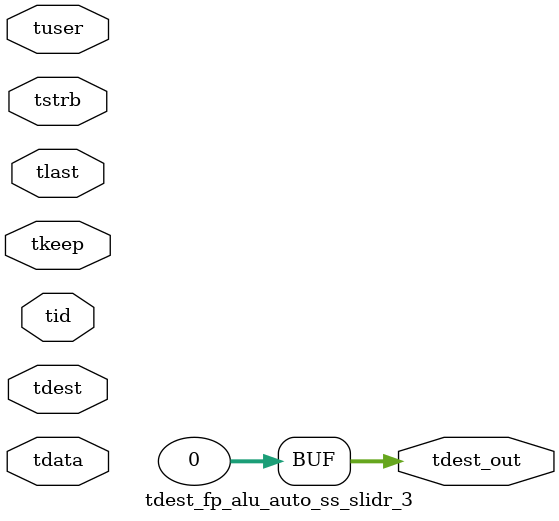
<source format=v>


`timescale 1ps/1ps

module tdest_fp_alu_auto_ss_slidr_3 #
(
parameter C_S_AXIS_TDATA_WIDTH = 32,
parameter C_S_AXIS_TUSER_WIDTH = 0,
parameter C_S_AXIS_TID_WIDTH   = 0,
parameter C_S_AXIS_TDEST_WIDTH = 0,
parameter C_M_AXIS_TDEST_WIDTH = 32
)
(
input  [(C_S_AXIS_TDATA_WIDTH == 0 ? 1 : C_S_AXIS_TDATA_WIDTH)-1:0     ] tdata,
input  [(C_S_AXIS_TUSER_WIDTH == 0 ? 1 : C_S_AXIS_TUSER_WIDTH)-1:0     ] tuser,
input  [(C_S_AXIS_TID_WIDTH   == 0 ? 1 : C_S_AXIS_TID_WIDTH)-1:0       ] tid,
input  [(C_S_AXIS_TDEST_WIDTH == 0 ? 1 : C_S_AXIS_TDEST_WIDTH)-1:0     ] tdest,
input  [(C_S_AXIS_TDATA_WIDTH/8)-1:0 ] tkeep,
input  [(C_S_AXIS_TDATA_WIDTH/8)-1:0 ] tstrb,
input                                                                    tlast,
output [C_M_AXIS_TDEST_WIDTH-1:0] tdest_out
);

assign tdest_out = {1'b0};

endmodule


</source>
